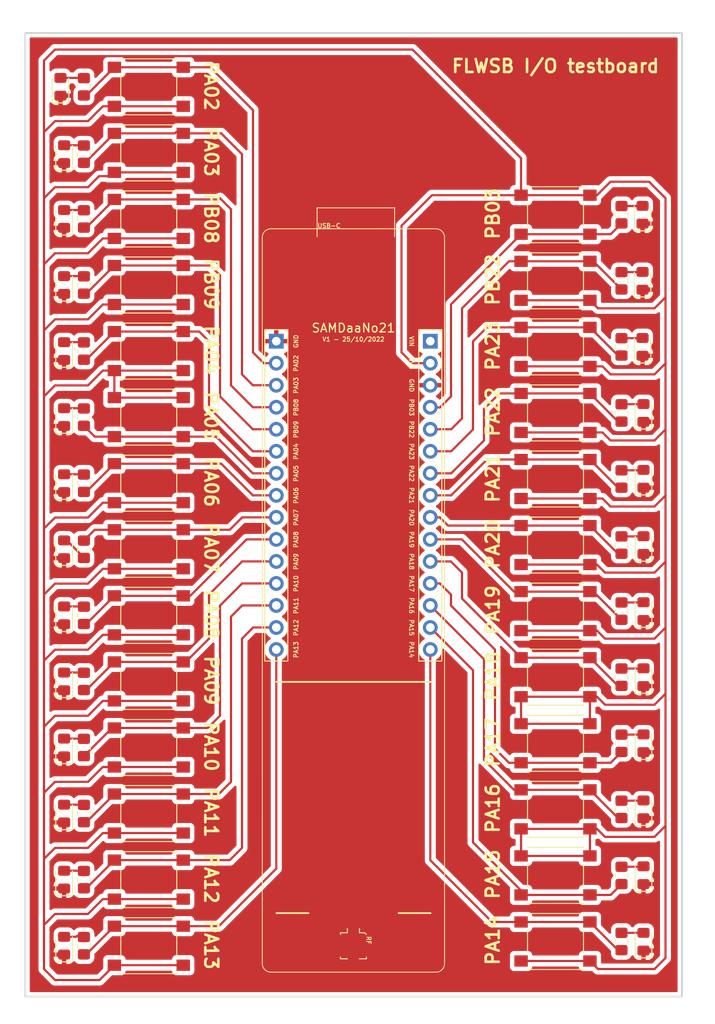
<source format=kicad_pcb>
(kicad_pcb (version 20211014) (generator pcbnew)
  (layers (0 "F.Cu" signal) (31 "B.Cu" signal) (34 "B.Paste" user) (35 "F.Paste" user) (36 "B.SilkS" user "B.Silkscreen") (37 "F.SilkS" user "F.Silkscreen") (38 "B.Mask" user) (39 "F.Mask" user) (44 "Edge.Cuts" user))
  (net 0 "")
  (net 1 "GND")
  (net 2 "Net-(D1-Pad2)")
  (net 3 "Net-(D2-Pad2)")
  (net 4 "Net-(D3-Pad2)")
  (net 5 "Net-(D4-Pad2)")
  (net 6 "Net-(D5-Pad2)")
  (net 7 "Net-(D6-Pad2)")
  (net 8 "Net-(D7-Pad2)")
  (net 9 "Net-(D8-Pad2)")
  (net 10 "Net-(D9-Pad2)")
  (net 11 "Net-(D10-Pad2)")
  (net 12 "Net-(D11-Pad2)")
  (net 13 "Net-(D12-Pad2)")
  (net 14 "Net-(D13-Pad2)")
  (net 15 "Net-(D14-Pad2)")
  (net 16 "Net-(D15-Pad2)")
  (net 17 "Net-(D16-Pad2)")
  (net 18 "Net-(D17-Pad2)")
  (net 19 "Net-(D18-Pad2)")
  (net 20 "Net-(D19-Pad2)")
  (net 21 "Net-(D20-Pad2)")
  (net 22 "Net-(D21-Pad2)")
  (net 23 "Net-(D22-Pad2)")
  (net 24 "Net-(D23-Pad2)")
  (net 25 "Net-(D24-Pad2)")
  (net 26 "Net-(D25-Pad2)")
  (net 27 "Net-(D26-Pad2)")
  (net 28 "PA10")
  (net 29 "PA20")
  (net 30 "PA03")
  (net 31 "PA11")
  (net 32 "PA21")
  (net 33 "PB08")
  (net 34 "PA02")
  (net 35 "PA12")
  (net 36 "PA22")
  (net 37 "PB09")
  (net 38 "PA13")
  (net 39 "PA23")
  (net 40 "PA04")
  (net 41 "PA14")
  (net 42 "PB22")
  (net 43 "PA05")
  (net 44 "PA15")
  (net 45 "PB03")
  (net 46 "PA06")
  (net 47 "PA16")
  (net 48 "PA07")
  (net 49 "PA17")
  (net 50 "PA08")
  (net 51 "PA18")
  (net 52 "PA09")
  (net 53 "PA19")
  (net 54 "+3V3")
  (footprint "Resistor_SMD:R_0805_2012Metric_Pad1.20x1.40mm_HandSolder" (layer "F.Cu") (at 122.717 70.97 90)
    (fp_text reference "R13" hide)
    (fp_text value "1k" hide)
  )
  (footprint "LED_SMD:LED_0805_2012Metric_Pad1.15x1.40mm_HandSolder" (layer "F.Cu") (at 187.215 62.865 90)
    (fp_text reference "D15" hide)
    (fp_text value "LED" hide)
  )
  (footprint "LED_SMD:LED_0805_2012Metric_Pad1.15x1.40mm_HandSolder" (layer "F.Cu") (at 120.431 48.26 90)
    (fp_text reference "D3" hide)
    (fp_text value "LED" hide)
  )
  (footprint "Button_Switch_SMD:SW_Push_1P1T_NO_6x6mm_H9.5mm" (layer "F.Cu") (at 177.165 116.205 180)
    (fp_text reference "SW22" hide)
    (fp_text value "SW_DIP" hide)
  )
  (footprint "Resistor_SMD:R_0805_2012Metric_Pad1.20x1.40mm_HandSolder" (layer "F.Cu") (at 184.785 131.445 90)
    (fp_text reference "R17" hide)
    (fp_text value "1k" hide)
  )
  (footprint "Button_Switch_SMD:SW_Push_1P1T_NO_6x6mm_H9.5mm" (layer "F.Cu") (at 130.21 78.59 180)
    (fp_text reference "SW16" hide)
    (fp_text value "SW_DIP" hide)
  )
  (footprint "Resistor_SMD:R_0805_2012Metric_Pad1.20x1.40mm_HandSolder" (layer "F.Cu") (at 184.785 70.485 90)
    (fp_text reference "R12" hide)
    (fp_text value "1k" hide)
  )
  (footprint "Button_Switch_SMD:SW_Push_1P1T_NO_6x6mm_H9.5mm" (layer "F.Cu") (at 177.165 55.245 180)
    (fp_text reference "SW18" hide)
    (fp_text value "SW_DIP" hide)
  )
  (footprint "Button_Switch_SMD:SW_Push_1P1T_NO_6x6mm_H9.5mm" (layer "F.Cu") (at 177.165 85.725)
    (fp_text reference "SW5" hide)
    (fp_text value "SW_DIP" hide)
  )
  (footprint "Button_Switch_SMD:SW_Push_1P1T_NO_6x6mm_H9.5mm" (layer "F.Cu") (at 130.21 86.21)
    (fp_text reference "SW19" hide)
    (fp_text value "SW_DIP" hide)
  )
  (footprint "Resistor_SMD:R_0805_2012Metric_Pad1.20x1.40mm_HandSolder" (layer "F.Cu") (at 122.717 139.55 90)
    (fp_text reference "R11" hide)
    (fp_text value "1k" hide)
  )
  (footprint "Resistor_SMD:R_0805_2012Metric_Pad1.20x1.40mm_HandSolder" (layer "F.Cu") (at 184.785 62.865 90)
    (fp_text reference "R15" hide)
    (fp_text value "1k" hide)
  )
  (footprint "LED_SMD:LED_0805_2012Metric_Pad1.15x1.40mm_HandSolder" (layer "F.Cu") (at 120.431 116.69 90)
    (fp_text reference "D1" hide)
    (fp_text value "LED" hide)
  )
  (footprint "LED_SMD:LED_0805_2012Metric_Pad1.15x1.40mm_HandSolder" (layer "F.Cu") (at 120.431 109.07 90)
    (fp_text reference "D25" hide)
    (fp_text value "LED" hide)
  )
  (footprint "Resistor_SMD:R_0805_2012Metric_Pad1.20x1.40mm_HandSolder" (layer "F.Cu") (at 122.717 40.49 90)
    (fp_text reference "R7" hide)
    (fp_text value "1k" hide)
  )
  (footprint "LED_SMD:LED_0805_2012Metric_Pad1.15x1.40mm_HandSolder" (layer "F.Cu") (at 120.431 139.55 90)
    (fp_text reference "D11" hide)
    (fp_text value "LED" hide)
  )
  (footprint "Button_Switch_SMD:SW_Push_1P1T_NO_6x6mm_H9.5mm" (layer "F.Cu") (at 130.21 139.55)
    (fp_text reference "SW11" hide)
    (fp_text value "SW_DIP" hide)
  )
  (footprint "Button_Switch_SMD:SW_Push_1P1T_NO_6x6mm_H9.5mm" (layer "F.Cu") (at 177.165 100.965)
    (fp_text reference "SW26" hide)
    (fp_text value "SW_DIP" hide)
  )
  (footprint "Resistor_SMD:R_0805_2012Metric_Pad1.20x1.40mm_HandSolder" (layer "F.Cu") (at 184.785 55.245 90)
    (fp_text reference "R18" hide)
    (fp_text value "1k" hide)
  )
  (footprint "Button_Switch_SMD:SW_Push_1P1T_NO_6x6mm_H9.5mm" (layer "F.Cu") (at 177.165 139.065)
    (fp_text reference "SW14" hide)
    (fp_text value "SW_DIP" hide)
  )
  (footprint "Resistor_SMD:R_0805_2012Metric_Pad1.20x1.40mm_HandSolder" (layer "F.Cu") (at 122.717 78.59 90)
    (fp_text reference "R16" hide)
    (fp_text value "1k" hide)
  )
  (footprint "LED_SMD:LED_0805_2012Metric_Pad1.15x1.40mm_HandSolder" (layer "F.Cu") (at 120.431 70.97 90)
    (fp_text reference "D13" hide)
    (fp_text value "LED" hide)
  )
  (footprint "Resistor_SMD:R_0805_2012Metric_Pad1.20x1.40mm_HandSolder" (layer "F.Cu") (at 122.717 109.07 90)
    (fp_text reference "R25" hide)
    (fp_text value "1k" hide)
  )
  (footprint "Button_Switch_SMD:SW_Push_1P1T_NO_6x6mm_H9.5mm" (layer "F.Cu") (at 177.165 93.345)
    (fp_text reference "SW2" hide)
    (fp_text value "SW_DIP" hide)
  )
  (footprint "Button_Switch_SMD:SW_Push_1P1T_NO_6x6mm_H9.5mm" (layer "F.Cu") (at 177.165 62.865)
    (fp_text reference "SW15" hide)
    (fp_text value "SW_DIP" hide)
  )
  (footprint "LED_SMD:LED_0805_2012Metric_Pad1.15x1.40mm_HandSolder" (layer "F.Cu") (at 187.325 139.09 90)
    (fp_text reference "D14" hide)
    (fp_text value "LED" hide)
  )
  (footprint "LED_SMD:LED_0805_2012Metric_Pad1.15x1.40mm_HandSolder" (layer "F.Cu") (at 120.431 124.31 90)
    (fp_text reference "D4" hide)
    (fp_text value "LED" hide)
  )
  (footprint "LED_SMD:LED_0805_2012Metric_Pad1.15x1.40mm_HandSolder" (layer "F.Cu") (at 187.325 93.345 90)
    (fp_text reference "D2" hide)
    (fp_text value "LED" hide)
  )
  (footprint "LED_SMD:LED_0805_2012Metric_Pad1.15x1.40mm_HandSolder" (layer "F.Cu") (at 187.325 131.42 90)
    (fp_text reference "D17" hide)
    (fp_text value "LED" hide)
  )
  (footprint "Resistor_SMD:R_0805_2012Metric_Pad1.20x1.40mm_HandSolder" (layer "F.Cu") (at 122.717 131.93 90)
    (fp_text reference "R8" hide)
    (fp_text value "1k" hide)
  )
  (footprint "LED_SMD:LED_0805_2012Metric_Pad1.15x1.40mm_HandSolder" (layer "F.Cu") (at 120.431 63.35 90)
    (fp_text reference "D10" hide)
    (fp_text value "LED" hide)
  )
  (footprint "Button_Switch_SMD:SW_Push_1P1T_NO_6x6mm_H9.5mm" (layer "F.Cu") (at 130.21 131.93)
    (fp_text reference "SW8" hide)
    (fp_text value "SW_DIP" hide)
  )
  (footprint "Resistor_SMD:R_0805_2012Metric_Pad1.20x1.40mm_HandSolder" (layer "F.Cu") (at 184.785 116.205 90)
    (fp_text reference "R22" hide)
    (fp_text value "1k" hide)
  )
  (footprint "Resistor_SMD:R_0805_2012Metric_Pad1.20x1.40mm_HandSolder" (layer "F.Cu") (at 122.717 55.73 90)
    (fp_text reference "R6" hide)
    (fp_text value "1k" hide)
  )
  (footprint "Resistor_SMD:R_0805_2012Metric_Pad1.20x1.40mm_HandSolder" (layer "F.Cu") (at 122.717 124.31 90)
    (fp_text reference "R4" hide)
    (fp_text value "1k" hide)
  )
  (footprint "Button_Switch_SMD:SW_Push_1P1T_NO_6x6mm_H9.5mm" (layer "F.Cu") (at 130.21 70.97)
    (fp_text reference "SW13" hide)
    (fp_text value "SW_DIP" hide)
  )
  (footprint "Button_Switch_SMD:SW_Push_1P1T_NO_6x6mm_H9.5mm" (layer "F.Cu") (at 130.21 101.45)
    (fp_text reference "SW23" hide)
    (fp_text value "SW_DIP" hide)
  )
  (footprint "LED_SMD:LED_0805_2012Metric_Pad1.15x1.40mm_HandSolder" (layer "F.Cu") (at 187.325 100.965 90)
    (fp_text reference "D26" hide)
    (fp_text value "LED" hide)
  )
  (footprint "Button_Switch_SMD:SW_Push_1P1T_NO_6x6mm_H9.5mm" (layer "F.Cu") (at 130.21 55.73)
    (fp_text reference "SW6" hide)
    (fp_text value "SW_DIP" hide)
  )
  (footprint "Button_Switch_SMD:SW_Push_1P1T_NO_6x6mm_H9.5mm" (layer "F.Cu") (at 130.21 40.49)
    (fp_text reference "SW7" hide)
    (fp_text value "SW_DIP" hide)
  )
  (footprint "LED_SMD:LED_0805_2012Metric_Pad1.15x1.40mm_HandSolder" (layer "F.Cu") (at 187.325 85.7 90)
    (fp_text reference "D5" hide)
    (fp_text value "LED" hide)
  )
  (footprint "LED_SMD:LED_0805_2012Metric_Pad1.15x1.40mm_HandSolder" (layer "F.Cu") (at 120.431 131.93 90)
    (fp_text reference "D8" hide)
    (fp_text value "LED" hide)
  )
  (footprint "Resistor_SMD:R_0805_2012Metric_Pad1.20x1.40mm_HandSolder" (layer "F.Cu") (at 122.717 101.45 90)
    (fp_text reference "R23" hide)
    (fp_text value "1k" hide)
  )
  (footprint "Button_Switch_SMD:SW_Push_1P1T_NO_6x6mm_H9.5mm" (layer "F.Cu") (at 130.21 116.69)
    (fp_text reference "SW1" hide)
    (fp_text value "SW_DIP" hide)
  )
  (footprint "LED_SMD:LED_0805_2012Metric_Pad1.15x1.40mm_HandSolder" (layer "F.Cu") (at 120.431 86.21 90)
    (fp_text reference "D19" hide)
    (fp_text value "LED" hide)
  )
  (footprint "FLWSB:FLWSB-SAMDaaNo21-v1" (layer "F.Cu") (at 168.1625 99.693428 -90)
    (fp_text reference "U1" hide)
    (fp_text value "FLWSB-SAMDaaNo21-v1" hide)
  )
  (footprint "Button_Switch_SMD:SW_Push_1P1T_NO_6x6mm_H9.5mm" (layer "F.Cu") (at 130.21 63.35)
    (fp_text reference "SW10" hide)
    (fp_text value "SW_DIP" hide)
  )
  (footprint "LED_SMD:LED_0805_2012Metric_Pad1.15x1.40mm_HandSolder" (layer "F.Cu") (at 187.325 108.585 90)
    (fp_text reference "D24" hide)
    (fp_text value "LED" hide)
  )
  (footprint "Button_Switch_SMD:SW_Push_1P1T_NO_6x6mm_H9.5mm" (layer "F.Cu") (at 130.21 48.11)
    (fp_text reference "SW3" hide)
    (fp_text value "SW_DIP" hide)
  )
  (footprint "Button_Switch_SMD:SW_Push_1P1T_NO_6x6mm_H9.5mm" (layer "F.Cu") (at 177.165 123.825)
    (fp_text reference "SW20" hide)
    (fp_text value "SW_DIP" hide)
  )
  (footprint "Button_Switch_SMD:SW_Push_1P1T_NO_6x6mm_H9.5mm" (layer "F.Cu") (at 177.165 78.105)
    (fp_text reference "SW9" hide)
    (fp_text value "SW_DIP" hide)
  )
  (footprint "Resistor_SMD:R_0805_2012Metric_Pad1.20x1.40mm_HandSolder" (layer "F.Cu") (at 184.785 78.105 90)
    (fp_text reference "R9" hide)
    (fp_text value "1k" hide)
  )
  (footprint "LED_SMD:LED_0805_2012Metric_Pad1.15x1.40mm_HandSolder" (layer "F.Cu") (at 120.015 40.49 90)
    (fp_text reference "D7" hide)
    (fp_text value "LED" hide)
  )
  (footprint "LED_SMD:LED_0805_2012Metric_Pad1.15x1.40mm_HandSolder" (layer "F.Cu") (at 120.431 78.59 90)
    (fp_text reference "D16" hide)
    (fp_text value "LED" hide)
  )
  (footprint "Resistor_SMD:R_0805_2012Metric_Pad1.20x1.40mm_HandSolder" (layer "F.Cu") (at 184.785 139.065 90)
    (fp_text reference "R14" hide)
    (fp_text value "1k" hide)
  )
  (footprint "Button_Switch_SMD:SW_Push_1P1T_NO_6x6mm_H9.5mm" (layer "F.Cu") (at 130.21 124.31)
    (fp_text reference "SW4" hide)
    (fp_text value "SW_DIP" hide)
  )
  (footprint "LED_SMD:LED_0805_2012Metric_Pad1.15x1.40mm_HandSolder" (layer "F.Cu") (at 120.431 93.83 90)
    (fp_text reference "D21" hide)
    (fp_text value "LED" hide)
  )
  (footprint "Button_Switch_SMD:SW_Push_1P1T_NO_6x6mm_H9.5mm" (layer "F.Cu") (at 177.165 131.445 180)
    (fp_text reference "SW17" hide)
    (fp_text value "SW_DIP" hide)
  )
  (footprint "LED_SMD:LED_0805_2012Metric_Pad1.15x1.40mm_HandSolder" (layer "F.Cu") (at 120.431 101.45 90)
    (fp_text reference "D23" hide)
    (fp_text value "LED" hide)
  )
  (footprint "LED_SMD:LED_0805_2012Metric_Pad1.15x1.40mm_HandSolder" (layer "F.Cu") (at 187.325 123.825 90)
    (fp_text reference "D20" hide)
    (fp_text value "LED" hide)
  )
  (footprint "Button_Switch_SMD:SW_Push_1P1T_NO_6x6mm_H9.5mm" (layer "F.Cu") (at 177.165 70.485)
    (fp_text reference "SW12" hide)
    (fp_text value "SW_DIP" hide)
  )
  (footprint "Button_Switch_SMD:SW_Push_1P1T_NO_6x6mm_H9.5mm" (layer "F.Cu") (at 130.21 93.83)
    (fp_text reference "SW21" hide)
    (fp_text value "SW_DIP" hide)
  )
  (footprint "LED_SMD:LED_0805_2012Metric_Pad1.15x1.40mm_HandSolder" (layer "F.Cu") (at 120.431 55.73 90)
    (fp_text reference "D6" hide)
    (fp_text value "LED" hide)
  )
  (footprint "Resistor_SMD:R_0805_2012Metric_Pad1.20x1.40mm_HandSolder" (layer "F.Cu") (at 122.717 116.69 90)
    (fp_text reference "R1" hide)
    (fp_text value "1k" hide)
  )
  (footprint "Resistor_SMD:R_0805_2012Metric_Pad1.20x1.40mm_HandSolder" (layer "F.Cu") (at 122.717 93.83 -90)
    (fp_text reference "R21" hide)
    (fp_text value "1k" hide)
  )
  (footprint "Button_Switch_SMD:SW_Push_1P1T_NO_6x6mm_H9.5mm" (layer "F.Cu") (at 177.165 108.585)
    (fp_text reference "SW24" hide)
    (fp_text value "SW_DIP" hide)
  )
  (footprint "LED_SMD:LED_0805_2012Metric_Pad1.15x1.40mm_HandSolder" (layer "F.Cu") (at 187.215 55.245 90)
    (fp_text reference "D18" hide)
    (fp_text value "LED" hide)
  )
  (footprint "Resistor_SMD:R_0805_2012Metric_Pad1.20x1.40mm_HandSolder" (layer "F.Cu") (at 184.785 85.725 90)
    (fp_text reference "R5" hide)
    (fp_text value "1k" hide)
  )
  (footprint "Button_Switch_SMD:SW_Push_1P1T_NO_6x6mm_H9.5mm" (layer "F.Cu") (at 130.21 109.07)
    (fp_text reference "SW25" hide)
    (fp_text value "SW_DIP" hide)
  )
  (footprint "Resistor_SMD:R_0805_2012Metric_Pad1.20x1.40mm_HandSolder" (layer "F.Cu") (at 122.717 63.35 90)
    (fp_text reference "R10" hide)
    (fp_text value "1k" hide)
  )
  (footprint "Resistor_SMD:R_0805_2012Metric_Pad1.20x1.40mm_HandSolder" (layer "F.Cu") (at 122.717 86.21 90)
    (fp_text reference "R19" hide)
    (fp_text value "1k" hide)
  )
  (footprint "LED_SMD:LED_0805_2012Metric_Pad1.15x1.40mm_HandSolder" (layer "F.Cu") (at 187.325 78.105 90)
    (fp_text reference "D9" hide)
    (fp_text value "LED" hide)
  )
  (footprint "Resistor_SMD:R_0805_2012Metric_Pad1.20x1.40mm_HandSolder" (layer "F.Cu") (at 184.785 123.825 90)
    (fp_text reference "R20" hide)
    (fp_text value "1k" hide)
  )
  (footprint "Resistor_SMD:R_0805_2012Metric_Pad1.20x1.40mm_HandSolder" (layer "F.Cu") (at 122.717 48.26 90)
    (fp_text reference "R3" hide)
    (fp_text value "1k" hide)
  )
  (footprint "Resistor_SMD:R_0805_2012Metric_Pad1.20x1.40mm_HandSolder" (layer "F.Cu") (at 184.785 100.965 90)
    (fp_text reference "R26" hide)
    (fp_text value "1k" hide)
  )
  (footprint "LED_SMD:LED_0805_2012Metric_Pad1.15x1.40mm_HandSolder" (layer "F.Cu") (at 187.215 70.485 90)
    (fp_text reference "D12" hide)
    (fp_text value "LED" hide)
  )
  (footprint "LED_SMD:LED_0805_2012Metric_Pad1.15x1.40mm_HandSolder" (layer "F.Cu") (at 187.325 116.205 90)
    (fp_text reference "D22" hide)
    (fp_text value "LED" hide)
  )
  (footprint "Resistor_SMD:R_0805_2012Metric_Pad1.20x1.40mm_HandSolder" (layer "F.Cu") (at 184.785 108.585 90)
    (fp_text reference "R24" hide)
    (fp_text value "1k" hide)
  )
  (footprint "Resistor_SMD:R_0805_2012Metric_Pad1.20x1.40mm_HandSolder" (layer "F.Cu") (at 184.785 93.345 90)
    (fp_text reference "R2" hide)
    (fp_text value "1k" hide)
  )
  (gr_rect (start 115.951 34.29) (end 191.77 145.415) (layer "Edge.Cuts") (width 0.2) (fill none))
  (gr_text "PA14" (at 169.926 138.938 90) (layer "F.SilkS") (effects (font (size 1.5 1.5) (thickness 0.3))))
  (gr_text "PB09" (at 137.414 63.246 270) (layer "F.SilkS") (effects (font (size 1.5 1.5) (thickness 0.3))))
  (gr_text "PA21" (at 169.926 85.598 90) (layer "F.SilkS") (effects (font (size 1.5 1.5) (thickness 0.3))))
  (gr_text "PA04" (at 137.414 70.866 270) (layer "F.SilkS") (effects (font (size 1.5 1.5) (thickness 0.3))))
  (gr_text "PA09" (at 137.414 108.966 270) (layer "F.SilkS") (effects (font (size 1.5 1.5) (thickness 0.3))))
  (gr_text "PA16" (at 169.926 123.698 90) (layer "F.SilkS") (effects (font (size 1.5 1.5) (thickness 0.3))))
  (gr_text "PA07" (at 137.414 93.726 270) (layer "F.SilkS") (effects (font (size 1.5 1.5) (thickness 0.3))))
  (gr_text "PA11" (at 137.414 124.206 270) (layer "F.SilkS") (effects (font (size 1.5 1.5) (thickness 0.3))))
  (gr_text "PB03" (at 169.926 55.118 90) (layer "F.SilkS") (effects (font (size 1.5 1.5) (thickness 0.3))))
  (gr_text "PA20" (at 169.926 93.218 90) (layer "F.SilkS") (effects (font (size 1.5 1.5) (thickness 0.3))))
  (gr_text "PA15" (at 169.926 131.318 90) (layer "F.SilkS") (effects (font (size 1.5 1.5) (thickness 0.3))))
  (gr_text "PA19" (at 169.926 100.838 90) (layer "F.SilkS") (effects (font (size 1.5 1.5) (thickness 0.3))))
  (gr_text "PA08" (at 137.414 101.346 270) (layer "F.SilkS") (effects (font (size 1.5 1.5) (thickness 0.3))))
  (gr_text "PA06" (at 137.414 86.106 270) (layer "F.SilkS") (effects (font (size 1.5 1.5) (thickness 0.3))))
  (gr_text "PB22" (at 169.926 62.738 90) (layer "F.SilkS") (effects (font (size 1.5 1.5) (thickness 0.3))))
  (gr_text "PA17" (at 169.926 116.078 90) (layer "F.SilkS") (effects (font (size 1.5 1.5) (thickness 0.3))))
  (gr_text "PB08" (at 137.414 55.626 270) (layer "F.SilkS") (effects (font (size 1.5 1.5) (thickness 0.3))))
  (gr_text "PA05" (at 137.414 78.486 270) (layer "F.SilkS") (effects (font (size 1.5 1.5) (thickness 0.3))))
  (gr_text "PA13" (at 137.414 139.446 270) (layer "F.SilkS") (effects (font (size 1.5 1.5) (thickness 0.3))))
  (gr_text "PA03" (at 137.414 48.006 270) (layer "F.SilkS") (effects (font (size 1.5 1.5) (thickness 0.3))))
  (gr_text "PA18" (at 169.926 108.458 90) (layer "F.SilkS") (effects (font (size 1.5 1.5) (thickness 0.3))))
  (gr_text "PA22" (at 169.926 77.978 90) (layer "F.SilkS") (effects (font (size 1.5 1.5) (thickness 0.3))))
  (gr_text "PA12" (at 137.414 131.826 270) (layer "F.SilkS") (effects (font (size 1.5 1.5) (thickness 0.3))))
  (gr_text "FLWSB I/O testboard" (at 177.165 38.1) (layer "F.SilkS") (effects (font (size 1.5 1.5) (thickness 0.3))))
  (gr_text "PA23" (at 169.926 70.358 90) (layer "F.SilkS") (effects (font (size 1.5 1.5) (thickness 0.3))))
  (gr_text "PA10" (at 137.414 116.586 270) (layer "F.SilkS") (effects (font (size 1.5 1.5) (thickness 0.3))))
  (gr_text "PA02" (at 137.414 40.386 270) (layer "F.SilkS") (effects (font (size 1.5 1.5) (thickness 0.3))))
  (segment (start 122.692 115.665) (end 122.717 115.69) (width 0.25) (layer "F.Cu") (net 2))
  (segment (start 120.431 115.665) (end 122.692 115.665) (width 0.25) (layer "F.Cu") (net 2))
  (segment (start 187.3 92.345) (end 187.325 92.32) (width 0.25) (layer "F.Cu") (net 3))
  (segment (start 184.785 92.345) (end 187.3 92.345) (width 0.25) (layer "F.Cu") (net 3))
  (segment (start 122.692 47.235) (end 122.717 47.26) (width 0.25) (layer "F.Cu") (net 4))
  (segment (start 120.431 47.235) (end 122.692 47.235) (width 0.25) (layer "F.Cu") (net 4))
  (segment (start 120.431 123.285) (end 122.692 123.285) (width 0.25) (layer "F.Cu") (net 5))
  (segment (start 122.692 123.285) (end 122.717 123.31) (width 0.25) (layer "F.Cu") (net 5))
  (segment (start 187.275 84.725) (end 187.325 84.675) (width 0.25) (layer "F.Cu") (net 6))
  (segment (start 184.785 84.725) (end 187.275 84.725) (width 0.25) (layer "F.Cu") (net 6))
  (segment (start 122.692 54.705) (end 122.717 54.73) (width 0.25) (layer "F.Cu") (net 7))
  (segment (start 120.431 54.705) (end 122.692 54.705) (width 0.25) (layer "F.Cu") (net 7))
  (segment (start 120.015 39.465) (end 122.692 39.465) (width 0.25) (layer "F.Cu") (net 8))
  (segment (start 122.692 39.465) (end 122.717 39.49) (width 0.25) (layer "F.Cu") (net 8))
  (segment (start 122.692 130.905) (end 122.717 130.93) (width 0.25) (layer "F.Cu") (net 9))
  (segment (start 120.431 130.905) (end 122.692 130.905) (width 0.25) (layer "F.Cu") (net 9))
  (segment (start 187.3 77.105) (end 187.325 77.08) (width 0.25) (layer "F.Cu") (net 10))
  (segment (start 184.785 77.105) (end 187.3 77.105) (width 0.25) (layer "F.Cu") (net 10))
  (segment (start 122.692 62.325) (end 122.717 62.35) (width 0.25) (layer "F.Cu") (net 11))
  (segment (start 120.431 62.325) (end 122.692 62.325) (width 0.25) (layer "F.Cu") (net 11))
  (segment (start 120.431 138.525) (end 121.825 138.525) (width 0.25) (layer "F.Cu") (net 12))
  (segment (start 122.597 138.43) (end 122.717 138.55) (width 0.25) (layer "F.Cu") (net 12))
  (segment (start 121.825 138.525) (end 121.92 138.43) (width 0.25) (layer "F.Cu") (net 12))
  (segment (start 121.92 138.43) (end 122.597 138.43) (width 0.25) (layer "F.Cu") (net 12))
  (segment (start 184.785 69.485) (end 187.19 69.485) (width 0.25) (layer "F.Cu") (net 13))
  (segment (start 187.19 69.485) (end 187.215 69.46) (width 0.25) (layer "F.Cu") (net 13))
  (segment (start 122.692 69.945) (end 122.717 69.97) (width 0.25) (layer "F.Cu") (net 14))
  (segment (start 120.431 69.945) (end 122.692 69.945) (width 0.25) (layer "F.Cu") (net 14))
  (segment (start 184.785 138.065) (end 187.325 138.065) (width 0.25) (layer "F.Cu") (net 15))
  (segment (start 187.19 61.865) (end 187.215 61.84) (width 0.25) (layer "F.Cu") (net 16))
  (segment (start 184.785 61.865) (end 187.19 61.865) (width 0.25) (layer "F.Cu") (net 16))
  (segment (start 122.692 77.565) (end 122.717 77.59) (width 0.25) (layer "F.Cu") (net 17))
  (segment (start 120.431 77.565) (end 122.692 77.565) (width 0.25) (layer "F.Cu") (net 17))
  (segment (start 187.275 130.445) (end 187.325 130.395) (width 0.25) (layer "F.Cu") (net 18))
  (segment (start 184.785 130.445) (end 187.275 130.445) (width 0.25) (layer "F.Cu") (net 18))
  (segment (start 184.785 54.245) (end 187.19 54.245) (width 0.25) (layer "F.Cu") (net 19))
  (segment (start 187.19 54.245) (end 187.215 54.22) (width 0.25) (layer "F.Cu") (net 19))
  (segment (start 122.692 85.185) (end 122.717 85.21) (width 0.25) (layer "F.Cu") (net 20))
  (segment (start 120.431 85.185) (end 122.692 85.185) (width 0.25) (layer "F.Cu") (net 20))
  (segment (start 184.785 122.825) (end 187.3 122.825) (width 0.25) (layer "F.Cu") (net 21))
  (segment (start 187.3 122.825) (end 187.325 122.8) (width 0.25) (layer "F.Cu") (net 21))
  (segment (start 120.745 92.805) (end 122.717 94.777) (width 0.25) (layer "F.Cu") (net 22))
  (segment (start 120.431 92.805) (end 120.745 92.805) (width 0.25) (layer "F.Cu") (net 22))
  (segment (start 122.717 94.777) (end 122.717 94.83) (width 0.25) (layer "F.Cu") (net 22))
  (segment (start 184.785 115.205) (end 187.3 115.205) (width 0.25) (layer "F.Cu") (net 23))
  (segment (start 187.3 115.205) (end 187.325 115.18) (width 0.25) (layer "F.Cu") (net 23))
  (segment (start 122.692 100.425) (end 122.717 100.45) (width 0.25) (layer "F.Cu") (net 24))
  (segment (start 120.431 100.425) (end 122.692 100.425) (width 0.25) (layer "F.Cu") (net 24))
  (segment (start 187.3 107.585) (end 187.325 107.56) (width 0.25) (layer "F.Cu") (net 25))
  (segment (start 184.785 107.585) (end 187.3 107.585) (width 0.25) (layer "F.Cu") (net 25))
  (segment (start 120.431 108.045) (end 122.692 108.045) (width 0.25) (layer "F.Cu") (net 26))
  (segment (start 122.692 108.045) (end 122.717 108.07) (width 0.25) (layer "F.Cu") (net 26))
  (segment (start 184.785 99.965) (end 187.3 99.965) (width 0.25) (layer "F.Cu") (net 27))
  (segment (start 187.3 99.965) (end 187.325 99.94) (width 0.25) (layer "F.Cu") (net 27))
  (segment (start 126.235 114.44) (end 134.185 114.44) (width 0.25) (layer "F.Cu") (net 28))
  (segment (start 140.989465 97.770535) (end 144.929607 97.770535) (width 0.25) (layer "F.Cu") (net 28))
  (segment (start 134.185 114.44) (end 137.02 114.44) (width 0.25) (layer "F.Cu") (net 28))
  (segment (start 122.717 117.69) (end 125.967 114.44) (width 0.25) (layer "F.Cu") (net 28))
  (segment (start 137.02 114.44) (end 138.43 113.03) (width 0.25) (layer "F.Cu") (net 28))
  (segment (start 138.43 100.33) (end 140.989465 97.770535) (width 0.25) (layer "F.Cu") (net 28))
  (segment (start 138.43 113.03) (end 138.43 100.33) (width 0.25) (layer "F.Cu") (net 28))
  (segment (start 125.967 114.44) (end 126.235 114.44) (width 0.25) (layer "F.Cu") (net 28))
  (segment (start 184.39 94.345) (end 184.785 94.345) (width 0.25) (layer "F.Cu") (net 29))
  (segment (start 173.19 91.095) (end 181.14 91.095) (width 0.25) (layer "F.Cu") (net 29))
  (segment (start 163.810535 90.150535) (end 162.709607 90.150535) (width 0.25) (layer "F.Cu") (net 29))
  (segment (start 164.755 91.095) (end 163.810535 90.150535) (width 0.25) (layer "F.Cu") (net 29))
  (segment (start 181.14 91.095) (end 184.39 94.345) (width 0.25) (layer "F.Cu") (net 29))
  (segment (start 173.19 91.095) (end 164.755 91.095) (width 0.25) (layer "F.Cu") (net 29))
  (segment (start 126.235 45.86) (end 133.21 45.86) (width 0.25) (layer "F.Cu") (net 30))
  (segment (start 122.835 49.26) (end 126.235 45.86) (width 0.25) (layer "F.Cu") (net 30))
  (segment (start 122.717 49.26) (end 122.835 49.26) (width 0.25) (layer "F.Cu") (net 30))
  (segment (start 140.97 48.26) (end 140.97 73.66) (width 0.25) (layer "F.Cu") (net 30))
  (segment (start 134.045 45.72) (end 134.185 45.86) (width 0.25) (layer "F.Cu") (net 30))
  (segment (start 140.97 73.66) (end 142.24 74.93) (width 0.25) (layer "F.Cu") (net 30))
  (segment (start 142.259465 74.910535) (end 144.929607 74.910535) (width 0.25) (layer "F.Cu") (net 30))
  (segment (start 138.57 45.86) (end 140.97 48.26) (width 0.25) (layer "F.Cu") (net 30))
  (segment (start 133.21 45.86) (end 133.35 45.72) (width 0.25) (layer "F.Cu") (net 30))
  (segment (start 133.35 45.72) (end 134.045 45.72) (width 0.25) (layer "F.Cu") (net 30))
  (segment (start 142.24 74.93) (end 142.259465 74.910535) (width 0.25) (layer "F.Cu") (net 30))
  (segment (start 134.185 45.86) (end 138.57 45.86) (width 0.25) (layer "F.Cu") (net 30))
  (segment (start 122.717 125.31) (end 122.985 125.31) (width 0.25) (layer "F.Cu") (net 31))
  (segment (start 140.989465 100.310535) (end 144.929607 100.310535) (width 0.25) (layer "F.Cu") (net 31))
  (segment (start 122.985 125.31) (end 126.235 122.06) (width 0.25) (layer "F.Cu") (net 31))
  (segment (start 126.235 122.06) (end 134.185 122.06) (width 0.25) (layer "F.Cu") (net 31))
  (segment (start 139.7 101.6) (end 140.989465 100.310535) (width 0.25) (layer "F.Cu") (net 31))
  (segment (start 134.185 122.06) (end 138.29 122.06) (width 0.25) (layer "F.Cu") (net 31))
  (segment (start 138.29 122.06) (end 139.7 120.65) (width 0.25) (layer "F.Cu") (net 31))
  (segment (start 139.7 120.65) (end 139.7 101.6) (width 0.25) (layer "F.Cu") (net 31))
  (segment (start 165.080535 87.610535) (end 162.709607 87.610535) (width 0.25) (layer "F.Cu") (net 32))
  (segment (start 165.1 87.63) (end 165.080535 87.610535) (width 0.25) (layer "F.Cu") (net 32))
  (segment (start 184.39 86.725) (end 184.785 86.725) (width 0.25) (layer "F.Cu") (net 32))
  (segment (start 173.19 83.475) (end 181.14 83.475) (width 0.25) (layer "F.Cu") (net 32))
  (segment (start 173.19 83.475) (end 169.255 83.475) (width 0.25) (layer "F.Cu") (net 32))
  (segment (start 169.255 83.475) (end 165.1 87.63) (width 0.25) (layer "F.Cu") (net 32))
  (segment (start 181.14 83.475) (end 184.39 86.725) (width 0.25) (layer "F.Cu") (net 32))
  (segment (start 144.929607 77.450535) (end 142.220535 77.450535) (width 0.25) (layer "F.Cu") (net 33))
  (segment (start 139.7 74.93) (end 139.7 54.61) (width 0.25) (layer "F.Cu") (net 33))
  (segment (start 122.717 56.73) (end 122.985 56.73) (width 0.25) (layer "F.Cu") (net 33))
  (segment (start 139.7 54.61) (end 138.43 53.34) (width 0.25) (layer "F.Cu") (net 33))
  (segment (start 138.43 53.34) (end 138.29 53.48) (width 0.25) (layer "F.Cu") (net 33))
  (segment (start 138.29 53.48) (end 134.185 53.48) (width 0.25) (layer "F.Cu") (net 33))
  (segment (start 142.220535 77.450535) (end 139.7 74.93) (width 0.25) (layer "F.Cu") (net 33))
  (segment (start 122.985 56.73) (end 126.235 53.48) (width 0.25) (layer "F.Cu") (net 33))
  (segment (start 126.235 53.48) (end 134.185 53.48) (width 0.25) (layer "F.Cu") (net 33))
  (segment (start 142.24 71.12) (end 143.490535 72.370535) (width 0.25) (layer "F.Cu") (net 34))
  (segment (start 142.24 43.18) (end 142.24 71.12) (width 0.25) (layer "F.Cu") (net 34))
  (segment (start 134.185 38.24) (end 137.3 38.24) (width 0.25) (layer "F.Cu") (net 34))
  (segment (start 126.235 38.24) (end 134.185 38.24) (width 0.25) (layer "F.Cu") (net 34))
  (segment (start 143.490535 72.370535) (end 144.929607 72.370535) (width 0.25) (layer "F.Cu") (net 34))
  (segment (start 137.3 38.24) (end 142.24 43.18) (width 0.25) (layer "F.Cu") (net 34))
  (segment (start 122.985 41.49) (end 126.235 38.24) (width 0.25) (layer "F.Cu") (net 34))
  (segment (start 122.717 41.49) (end 122.985 41.49) (width 0.25) (layer "F.Cu") (net 34))
  (segment (start 142.259465 102.850535) (end 144.929607 102.850535) (width 0.25) (layer "F.Cu") (net 35))
  (segment (start 122.985 132.93) (end 126.235 129.68) (width 0.25) (layer "F.Cu") (net 35))
  (segment (start 139.56 129.68) (end 140.97 128.27) (width 0.25) (layer "F.Cu") (net 35))
  (segment (start 134.185 129.68) (end 139.56 129.68) (width 0.25) (layer "F.Cu") (net 35))
  (segment (start 126.235 129.68) (end 134.185 129.68) (width 0.25) (layer "F.Cu") (net 35))
  (segment (start 122.717 132.93) (end 122.985 132.93) (width 0.25) (layer "F.Cu") (net 35))
  (segment (start 140.97 104.14) (end 142.259465 102.850535) (width 0.25) (layer "F.Cu") (net 35))
  (segment (start 140.97 128.27) (end 140.97 104.14) (width 0.25) (layer "F.Cu") (net 35))
  (segment (start 168.91 77.6425) (end 168.91 81.28) (width 0.25) (layer "F.Cu") (net 36))
  (segment (start 181.14 75.855) (end 184.39 79.105) (width 0.25) (layer "F.Cu") (net 36))
  (segment (start 173.19 75.855) (end 170.6975 75.855) (width 0.25) (layer "F.Cu") (net 36))
  (segment (start 170.6975 75.855) (end 168.91 77.6425) (width 0.25) (layer "F.Cu") (net 36))
  (segment (start 173.19 75.855) (end 181.14 75.855) (width 0.25) (layer "F.Cu") (net 36))
  (segment (start 168.91 81.28) (end 165.119465 85.070535) (width 0.25) (layer "F.Cu") (net 36))
  (segment (start 165.119465 85.070535) (end 162.709607 85.070535) (width 0.25) (layer "F.Cu") (net 36))
  (segment (start 184.39 79.105) (end 184.785 79.105) (width 0.25) (layer "F.Cu") (net 36))
  (segment (start 122.717 64.35) (end 122.985 64.35) (width 0.25) (layer "F.Cu") (net 37))
  (segment (start 126.235 61.1) (end 134.185 61.1) (width 0.25) (layer "F.Cu") (net 37))
  (segment (start 142.24 80.01) (end 142.259465 79.990535) (width 0.25) (layer "F.Cu") (net 37))
  (segment (start 138.43 76.2) (end 142.24 80.01) (width 0.25) (layer "F.Cu") (net 37))
  (segment (start 137.3 61.1) (end 138.43 62.23) (width 0.25) (layer "F.Cu") (net 37))
  (segment (start 142.259465 79.990535) (end 144.929607 79.990535) (width 0.25) (layer "F.Cu") (net 37))
  (segment (start 122.985 64.35) (end 126.235 61.1) (width 0.25) (layer "F.Cu") (net 37))
  (segment (start 134.185 61.1) (end 137.3 61.1) (width 0.25) (layer "F.Cu") (net 37))
  (segment (start 138.43 62.23) (end 138.43 76.2) (width 0.25) (layer "F.Cu") (net 37))
  (segment (start 122.717 140.55) (end 122.985 140.55) (width 0.25) (layer "F.Cu") (net 38))
  (segment (start 122.985 140.55) (end 126.235 137.3) (width 0.25) (layer "F.Cu") (net 38))
  (segment (start 126.235 137.3) (end 134.185 137.3) (width 0.25) (layer "F.Cu") (net 38))
  (segment (start 138.29 137.3) (end 144.929607 130.660393) (width 0.25) (layer "F.Cu") (net 38))
  (segment (start 144.929607 130.660393) (end 144.929607 105.390535) (width 0.25) (layer "F.Cu") (net 38))
  (segment (start 134.185 137.3) (end 138.29 137.3) (width 0.25) (layer "F.Cu") (net 38))
  (segment (start 173.19 68.235) (end 181.14 68.235) (width 0.25) (layer "F.Cu") (net 39))
  (segment (start 173.19 68.235) (end 169.255 68.235) (width 0.25) (layer "F.Cu") (net 39))
  (segment (start 181.14 68.235) (end 184.39 71.485) (width 0.25) (layer "F.Cu") (net 39))
  (segment (start 184.39 71.485) (end 184.785 71.485) (width 0.25) (layer "F.Cu") (net 39))
  (segment (start 167.64 69.85) (end 167.64 80.01) (width 0.25) (layer "F.Cu") (net 39))
  (segment (start 169.255 68.235) (end 167.64 69.85) (width 0.25) (layer "F.Cu") (net 39))
  (segment (start 165.119465 82.530535) (end 162.709607 82.530535) (width 0.25) (layer "F.Cu") (net 39))
  (segment (start 167.64 80.01) (end 165.119465 82.530535) (width 0.25) (layer "F.Cu") (net 39))
  (segment (start 136.03 68.72) (end 134.185 68.72) (width 0.25) (layer "F.Cu") (net 40))
  (segment (start 122.985 71.97) (end 126.235 68.72) (width 0.25) (layer "F.Cu") (net 40))
  (segment (start 142.220535 82.530535) (end 137.16 77.47) (width 0.25) (layer "F.Cu") (net 40))
  (segment (start 137.16 69.85) (end 136.03 68.72) (width 0.25) (layer "F.Cu") (net 40))
  (segment (start 144.929607 82.530535) (end 142.220535 82.530535) (width 0.25) (layer "F.Cu") (net 40))
  (segment (start 126.235 68.72) (end 133.21 68.72) (width 0.25) (layer "F.Cu") (net 40))
  (segment (start 137.16 77.47) (end 137.16 69.85) (width 0.25) (layer "F.Cu") (net 40))
  (segment (start 122.717 71.97) (end 122.985 71.97) (width 0.25) (layer "F.Cu") (net 40))
  (segment (start 134.045 68.58) (end 134.185 68.72) (width 0.25) (layer "F.Cu") (net 40))
  (segment (start 133.21 68.72) (end 133.35 68.58) (width 0.25) (layer "F.Cu") (net 40))
  (segment (start 133.35 68.58) (end 134.045 68.58) (width 0.25) (layer "F.Cu") (net 40))
  (segment (start 184.39 140.065) (end 184.785 140.065) (width 0.25) (layer "F.Cu") (net 41))
  (segment (start 162.709607 129.689607) (end 162.709607 105.390535) (width 0.25) (layer "F.Cu") (net 41))
  (segment (start 173.19 136.815) (end 169.835 136.815) (width 0.25) (layer "F.Cu") (net 41))
  (segment (start 181.14 136.815) (end 184.39 140.065) (width 0.25) (layer "F.Cu") (net 41))
  (segment (start 173.19 136.815) (end 181.14 136.815) (width 0.25) (layer "F.Cu") (net 41))
  (segment (start 169.835 136.815) (end 162.709607 129.689607) (width 0.25) (layer "F.Cu") (net 41))
  (segment (start 165.119465 79.990535) (end 162.709607 79.990535) (width 0.25) (layer "F.Cu") (net 42))
  (segment (start 173.19 60.615) (end 181.14 60.615) (width 0.25) (layer "F.Cu") (net 42))
  (segment (start 166.37 66.04) (end 166.37 78.74) (width 0.25) (layer "F.Cu") (net 42))
  (segment (start 166.37 78.74) (end 165.119465 79.990535) (width 0.25) (layer "F.Cu") (net 42))
  (segment (start 173.19 60.615) (end 171.795 60.615) (width 0.25) (layer "F.Cu") (net 42))
  (segment (start 181.14 60.615) (end 181.535 60.615) (width 0.25) (layer "F.Cu") (net 42))
  (segment (start 181.535 60.615) (end 184.785 63.865) (width 0.25) (layer "F.Cu") (net 42))
  (segment (start 171.795 60.615) (end 166.37 66.04) (width 0.25) (layer "F.Cu") (net 42))
  (segment (start 123.967 80.84) (end 126.235 80.84) (width 0.25) (layer "F.Cu") (net 43))
  (segment (start 126.235 80.84) (end 134.185 80.84) (width 0.25) (layer "F.Cu") (net 43))
  (segment (start 137.99 80.84) (end 142.220535 85.070535) (width 0.25) (layer "F.Cu") (net 43))
  (segment (start 142.220535 85.070535) (end 144.929607 85.070535) (width 0.25) (layer "F.Cu") (net 43))
  (segment (start 122.717 79.59) (end 123.967 80.84) (width 0.25) (layer "F.Cu") (net 43))
  (segment (start 134.185 80.84) (end 137.99 80.84) (width 0.25) (layer "F.Cu") (net 43))
  (segment (start 173.19 133.695) (end 173.19 133.185) (width 0.25) (layer "F.Cu") (net 44))
  (segment (start 173.19 133.695) (end 181.14 133.695) (width 0.25) (layer "F.Cu") (net 44))
  (segment (start 167.64 107.780928) (end 162.709607 102.850535) (width 0.25) (layer "F.Cu") (net 44))
  (segment (start 183.535 133.695) (end 184.785 132.445) (width 0.25) (layer "F.Cu") (net 44))
  (segment (start 181.14 133.695) (end 183.535 133.695) (width 0.25) (layer "F.Cu") (net 44))
  (segment (start 173.19 133.185) (end 167.64 127.635) (width 0.25) (layer "F.Cu") (net 44))
  (segment (start 167.64 127.635) (end 167.64 107.780928) (width 0.25) (layer "F.Cu") (net 44))
  (segment (start 162.729072 77.47) (end 162.709607 77.450535) (width 0.25) (layer "F.Cu") (net 45))
  (segment (start 163.83 77.47) (end 162.729072 77.47) (width 0.25) (layer "F.Cu") (net 45))
  (segment (start 181.14 57.495) (end 183.535 57.495) (width 0.25) (layer "F.Cu") (net 45))
  (segment (start 173.19 57.495) (end 165.1 65.585) (width 0.25) (layer "F.Cu") (net 45))
  (segment (start 183.535 57.495) (end 184.785 56.245) (width 0.25) (layer "F.Cu") (net 45))
  (segment (start 165.1 65.585) (end 165.1 76.2) (width 0.25) (layer "F.Cu") (net 45))
  (segment (start 173.19 57.495) (end 181.14 57.495) (width 0.25) (layer "F.Cu") (net 45))
  (segment (start 165.1 76.2) (end 163.83 77.47) (width 0.25) (layer "F.Cu") (net 45))
  (segment (start 122.717 87.21) (end 122.985 87.21) (width 0.25) (layer "F.Cu") (net 46))
  (segment (start 122.985 87.21) (end 126.235 83.96) (width 0.25) (layer "F.Cu") (net 46))
  (segment (start 134.185 83.96) (end 138.57 83.96) (width 0.25) (layer "F.Cu") (net 46))
  (segment (start 142.24 87.63) (end 142.259465 87.610535) (width 0.25) (layer "F.Cu") (net 46))
  (segment (start 138.57 83.96) (end 142.24 87.63) (width 0.25) (layer "F.Cu") (net 46))
  (segment (start 126.235 83.96) (end 134.185 83.96) (width 0.25) (layer "F.Cu") (net 46))
  (segment (start 142.259465 87.610535) (end 144.929607 87.610535) (width 0.25) (layer "F.Cu") (net 46))
  (segment (start 181.14 121.575) (end 184.39 124.825) (width 0.25) (layer "F.Cu") (net 47))
  (segment (start 173.19 121.575) (end 172.375 121.575) (width 0.25) (layer "F.Cu") (net 47))
  (segment (start 168.91 106.510928) (end 162.709607 100.310535) (width 0.25) (layer "F.Cu") (net 47))
  (segment (start 184.39 124.825) (end 184.785 124.825) (width 0.25) (layer "F.Cu") (net 47))
  (segment (start 172.375 121.575) (end 168.91 118.11) (width 0.25) (layer "F.Cu") (net 47))
  (segment (start 173.19 121.575) (end 181.14 121.575) (width 0.25) (layer "F.Cu") (net 47))
  (segment (start 168.91 118.11) (end 168.91 106.510928) (width 0.25) (layer "F.Cu") (net 47))
  (segment (start 126.235 91.58) (end 134.185 91.58) (width 0.25) (layer "F.Cu") (net 48))
  (segment (start 134.185 91.58) (end 139.56 91.58) (width 0.25) (layer "F.Cu") (net 48))
  (segment (start 140.989465 90.150535) (end 144.929607 90.150535) (width 0.25) (layer "F.Cu") (net 48))
  (segment (start 123.967 91.58) (end 126.235 91.58) (width 0.25) (layer "F.Cu") (net 48))
  (segment (start 139.56 91.58) (end 140.989465 90.150535) (width 0.25) (layer "F.Cu") (net 48))
  (segment (start 122.717 92.83) (end 123.967 91.58) (width 0.25) (layer "F.Cu") (net 48))
  (segment (start 163.810535 97.770535) (end 162.709607 97.770535) (width 0.25) (layer "F.Cu") (net 49))
  (segment (start 170.18 105.41) (end 165.1 100.33) (width 0.25) (layer "F.Cu") (net 49))
  (segment (start 173.19 118.455) (end 181.14 118.455) (width 0.25) (layer "F.Cu") (net 49))
  (segment (start 171.795 118.455) (end 170.18 116.84) (width 0.25) (layer "F.Cu") (net 49))
  (segment (start 173.19 118.455) (end 171.795 118.455) (width 0.25) (layer "F.Cu") (net 49))
  (segment (start 165.1 99.06) (end 163.810535 97.770535) (width 0.25) (layer "F.Cu") (net 49))
  (segment (start 165.1 100.33) (end 165.1 99.06) (width 0.25) (layer "F.Cu") (net 49))
  (segment (start 183.535 118.455) (end 184.785 117.205) (width 0.25) (layer "F.Cu") (net 49))
  (segment (start 170.18 116.84) (end 170.18 105.41) (width 0.25) (layer "F.Cu") (net 49))
  (segment (start 181.14 118.455) (end 183.535 118.455) (width 0.25) (layer "F.Cu") (net 49))
  (segment (start 141.497465 92.690535) (end 144.929607 92.690535) (width 0.25) (layer "F.Cu") (net 50))
  (segment (start 122.717 102.45) (end 122.985 102.45) (width 0.25) (layer "F.Cu") (net 50))
  (segment (start 122.985 102.45) (end 126.235 99.2) (width 0.25) (layer "F.Cu") (net 50))
  (segment (start 134.988 99.2) (end 141.497465 92.690535) (width 0.25) (layer "F.Cu") (net 50))
  (segment (start 134.185 99.2) (end 134.988 99.2) (width 0.25) (layer "F.Cu") (net 50))
  (segment (start 126.235 99.2) (end 134.185 99.2) (width 0.25) (layer "F.Cu") (net 50))
  (segment (start 166.37 96.52) (end 165.080535 95.230535) (width 0.25) (layer "F.Cu") (net 51))
  (segment (start 173.19 106.335) (end 166.37 99.515) (width 0.25) (layer "F.Cu") (net 51))
  (segment (start 166.37 99.515) (end 166.37 96.52) (width 0.25) (layer "F.Cu") (net 51))
  (segment (start 181.14 106.335) (end 184.39 109.585) (width 0.25) (layer "F.Cu") (net 51))
  (segment (start 165.080535 95.230535) (end 162.709607 95.230535) (width 0.25) (layer "F.Cu") (net 51))
  (segment (start 173.19 106.335) (end 181.14 106.335) (width 0.25) (layer "F.Cu") (net 51))
  (segment (start 184.39 109.585) (end 184.785 109.585) (width 0.25) (layer "F.Cu") (net 51))
  (segment (start 134.185 106.82) (end 134.48 106.82) (width 0.25) (layer "F.Cu") (net 52))
  (segment (start 137.16 104.14) (end 137.16 99.06) (width 0.25) (layer "F.Cu") (net 52))
  (segment (start 137.16 99.06) (end 140.989465 95.230535) (width 0.25) (layer "F.Cu") (net 52))
  (segment (start 140.989465 95.230535) (end 144.929607 95.230535) (width 0.25) (layer "F.Cu") (net 52))
  (segment (start 134.48 106.82) (end 137.16 104.14) (width 0.25) (layer "F.Cu") (net 52))
  (segment (start 122.985 110.07) (end 126.235 106.82) (width 0.25) (layer "F.Cu") (net 52))
  (segment (start 122.717 110.07) (end 122.985 110.07) (width 0.25) (layer "F.Cu") (net 52))
  (segment (start 126.235 106.82) (end 134.185 106.82) (width 0.25) (layer "F.Cu") (net 52))
  (segment (start 181.535 98.715) (end 184.785 101.965) (width 0.25) (layer "F.Cu") (net 53))
  (segment (start 173.19 98.715) (end 172.375 98.715) (width 0.25) (layer "F.Cu") (net 53))
  (segment (start 173.19 98.715) (end 181.14 98.715) (width 0.25) (layer "F.Cu") (net 53))
  (segment (start 172.375 98.715) (end 166.350535 92.690535) (width 0.25) (layer "F.Cu") (net 53))
  (segment (start 181.14 98.715) (end 181.535 98.715) (width 0.25) (layer "F.Cu") (net 53))
  (segment (start 166.350535 92.690535) (end 162.709607 92.690535) (width 0.25) (layer "F.Cu") (net 53))
  (segment (start 189.865 140.97) (end 189.865 125.73) (width 0.25) (layer "F.Cu") (net 54))
  (segment (start 181.14 129.195) (end 181.14 126.075) (width 0.25) (layer "F.Cu") (net 54))
  (segment (start 119.38 52.07) (end 118.11 53.34) (width 0.25) (layer "F.Cu") (net 54))
  (segment (start 182.88 111.76) (end 188.595 111.76) (width 0.25) (layer "F.Cu") (net 54))
  (segment (start 123.19 120.65) (end 119.38 120.65) (width 0.25) (layer "F.Cu") (net 54))
  (segment (start 126.235 50.36) (end 125.795 50.8) (width 0.25) (layer "F.Cu") (net 54))
  (segment (start 188.595 127) (end 189.23 126.365) (width 0.25) (layer "F.Cu") (net 54))
  (segment (start 126.235 76.34) (end 134.185 76.34) (width 0.25) (layer "F.Cu") (net 54))
  (segment (start 181.14 103.215) (end 181.955 103.215) (width 0.25) (layer "F.Cu") (net 54))
  (segment (start 188.595 96.52) (end 189.23 95.885) (width 0.25) (layer "F.Cu") (net 54))
  (segment (start 118.11 129.54) (end 118.11 137.16) (width 0.25) (layer "F.Cu") (net 54))
  (segment (start 182.59 80.355) (end 183.515 81.28) (width 0.25) (layer "F.Cu") (net 54))
  (segment (start 181.14 80.355) (end 182.59 80.355) (width 0.25) (layer "F.Cu") (net 54))
  (segment (start 162.905 52.995) (end 173.19 52.995) (width 0.25) (layer "F.Cu") (net 54))
  (segment (start 183.515 88.9) (end 188.595 88.9) (width 0.25) (layer "F.Cu") (net 54))
  (segment (start 181.14 113.955) (end 181.14 110.835) (width 0.25) (layer "F.Cu") (net 54))
  (segment (start 126.235 73.22) (end 134.185 73.22) (width 0.25) (layer "F.Cu") (net 54))
  (segment (start 189.865 87.63) (end 189.865 80.01) (width 0.25) (layer "F.Cu") (net 54))
  (segment (start 124.9 96.08) (end 123.19 97.79) (width 0.25) (layer "F.Cu") (net 54))
  (segment (start 119.38 67.31) (end 118.11 68.58) (width 0.25) (layer "F.Cu") (net 54))
  (segment (start 173.19 129.195) (end 173.19 126.075) (width 0.25) (layer "F.Cu") (net 54))
  (segment (start 123.19 135.89) (end 124.9 134.18) (width 0.25) (layer "F.Cu") (net 54))
  (segment (start 126.235 96.08) (end 124.9 96.08) (width 0.25) (layer "F.Cu") (net 54))
  (segment (start 173.19 113.955) (end 181.14 113.955) (width 0.25) (layer "F.Cu") (net 54))
  (segment (start 118.11 53.34) (end 118.11 60.96) (width 0.25) (layer "F.Cu") (net 54))
  (segment (start 183.515 81.28) (end 188.595 81.28) (width 0.25) (layer "F.Cu") (net 54))
  (segment (start 126.235 111.32) (end 124.9 111.32) (width 0.25) (layer "F.Cu") (net 54))
  (segment (start 126.235 76.34) (end 126.235 73.22) (width 0.25) (layer "F.Cu") (net 54))
  (segment (start 173.19 52.995) (end 181.14 52.995) (width 0.25) (layer "F.Cu") (net 54))
  (segment (start 126.235 111.32) (end 134.185 111.32) (width 0.25) (layer "F.Cu") (net 54))
  (segment (start 123.19 97.79) (end 119.38 97.79) (width 0.25) (layer "F.Cu") (net 54))
  (segment (start 181.14 110.835) (end 181.955 110.835) (width 0.25) (layer "F.Cu") (net 54))
  (segment (start 126.235 96.08) (end 134.185 96.08) (width 0.25) (layer "F.Cu") (net 54))
  (segment (start 126.235 141.8) (end 134.185 141.8) (width 0.25) (layer "F.Cu") (net 54))
  (segment (start 173.19 95.595) (end 181.14 95.595) (width 0.25) (layer "F.Cu") (net 54))
  (segment (start 126.235 118.94) (end 134.185 118.94) (width 0.25) (layer "F.Cu") (net 54))
  (segment (start 123.19 74.93) (end 119.38 74.93) (width 0.25) (layer "F.Cu") (net 54))
  (segment (start 119.38 113.03) (end 118.11 114.3) (width 0.25) (layer "F.Cu") (net 54))
  (segment (start 123.19 90.17) (end 119.38 90.17) (width 0.25) (layer "F.Cu") (net 54))
  (segment (start 126.235 42.74) (end 134.185 42.74) (width 0.25) (layer "F.Cu") (net 54))
  (segment (start 123.19 44.45) (end 119.38 44.45) (width 0.25) (layer "F.Cu") (net 54))
  (segment (start 182.59 87.975) (end 183.515 88.9) (width 0.25) (layer "F.Cu") (net 54))
  (segment (start 181.14 126.075) (end 181.955 126.075) (width 0.25) (layer "F.Cu") (net 54))
  (segment (start 183.515 51.435) (end 187.96 51.435) (width 0.25) (layer "F.Cu") (net 54))
  (segment (start 173.19 65.115) (end 181.14 65.115) (width 0.25) (layer "F.Cu") (net 54))
  (segment (start 189.23 65.405) (end 188.595 66.04) (width 0.25) (layer "F.Cu") (net 54))
  (segment (start 159.385 56.515) (end 162.905 52.995) (width 0.25) (layer "F.Cu") (net 54))
  (segment (start 189.23 88.265) (end 189.865 87.63) (width 0.25) (layer "F.Cu") (net 54))
  (segment (start 126.235 65.6) (end 134.185 65.6) (width 0.25) (layer "F.Cu") (net 54))
  (segment (start 124.9 88.46) (end 123.19 90.17) (width 0.25) (layer "F.Cu") (net 54))
  (segment (start 160.635535 72.370535) (end 159.385 71.12) (width 0.25) (layer "F.Cu") (net 54))
  (segment (start 173.19 110.835) (end 181.14 110.835) (width 0.25) (layer "F.Cu") (net 54))
  (segment (start 118.11 76.2) (end 118.11 91.44) (width 0.25) (layer "F.Cu") (net 54))
  (segment (start 119.38 135.89) (end 123.19 135.89) (width 0.25) (layer "F.Cu") (net 54))
  (segment (start 182.88 96.52) (end 188.595 96.52) (width 0.25) (layer "F.Cu") (net 54))
  (segment (start 126.235 103.7) (end 124.9 103.7) (width 0.25) (layer "F.Cu") (net 54))
  (segment (start 160.655 36.195) (end 119.38 36.195) (width 0.25) (layer "F.Cu") (net 54))
  (segment (start 126.235 42.74) (end 124.9 42.74) (width 0.25) (layer "F.Cu") (net 54))
  (segment (start 173.19 103.215) (end 181.14 103.215) (width 0.25) (layer "F.Cu") (net 54))
  (segment (start 124.9 111.32) (end 123.19 113.03) (width 0.25) (layer "F.Cu") (net 54))
  (segment (start 189.865 72.39) (end 189.865 64.77) (width 0.25) (layer "F.Cu") (net 54))
  (segment (start 173.19 87.975) (end 181.14 87.975) (width 0.25) (layer "F.Cu") (net 54))
  (segment (start 126.235 57.98) (end 134.185 57.98) (width 0.25) (layer "F.Cu") (net 54))
  (segment (start 188.595 111.76) (end 189.23 111.125) (width 0.25) (layer "F.Cu") (net 54))
  (segment (start 124.9 103.7) (end 123.19 105.41) (width 0.25) (layer "F.Cu") (net 54))
  (segment (start 182.065 142.24) (end 188.595 142.24) (width 0.25) (layer "F.Cu") (net 54))
  (segment (start 126.235 141.8) (end 124.525 143.51) (width 0.25) (layer "F.Cu") (net 54))
  (segment (start 119.38 59.69) (end 118.11 60.96) (width 0.25) (layer "F.Cu") (net 54))
  (segment (start 181.14 52.995) (end 181.955 52.995) (width 0.25) (layer "F.Cu") (net 54))
  (segment (start 123.19 105.41) (end 119.38 105.41) (width 0.25) (layer "F.Cu") (net 54))
  (segment (start 119.38 97.79) (end 118.11 99.06) (width 0.25) (layer "F.Cu") (net 54))
  (segment (start 124.9 57.98) (end 123.19 59.69) (width 0.25) (layer "F.Cu") (net 54))
  (segment (start 188.595 104.14) (end 189.23 103.505) (width 0.25) (layer "F.Cu") (net 54))
  (segment (start 181.955 95.595) (end 182.88 96.52) (width 0.25) (layer "F.Cu") (net 54))
  (segment (start 124.9 126.56) (end 123.19 128.27) (width 0.25) (layer "F.Cu") (net 54))
  (segment (start 182.88 127) (end 188.595 127) (width 0.25) (layer "F.Cu") (net 54))
  (segment (start 189.23 126.365) (end 189.865 125.73) (width 0.25) (layer "F.Cu") (net 54))
  (segment (start 126.235 134.18) (end 134.185 134.18) (width 0.25) (layer "F.Cu") (net 54))
  (segment (start 173.19 80.355) (end 181.14 80.355) (width 0.25) (layer "F.Cu") (net 54))
  (segment (start 189.23 111.125) (end 189.865 110.49) (width 0.25) (layer "F.Cu") (net 54))
  (segment (start 123.19 59.69) (end 119.38 59.69) (width 0.25) (layer "F.Cu") (net 54))
  (segment (start 183.515 73.66) (end 188.595 73.66) (width 0.25) (layer "F.Cu") (net 54))
  (segment (start 181.14 72.735) (end 182.59 72.735) (width 0.25) (layer "F.Cu") (net 54))
  (segment (start 182.59 72.735) (end 183.515 73.66) (width 0.25) (layer "F.Cu") (net 54))
  (segment (start 119.38 143.51) (end 118.11 142.24) (width 0.25) (layer "F.Cu") (net 54))
  (segment (start 173.19 113.955) (end 173.19 110.835) (width 0.25) (layer "F.Cu") (net 54))
  (segment (start 126.235 118.94) (end 124.9 118.94) (width 0.25) (layer "F.Cu") (net 54))
  (segment (start 118.11 37.465) (end 118.11 45.72) (width 0.25) (layer "F.Cu") (net 54))
  (segment (start 188.595 73.66) (end 189.23 73.025) (width 0.25) (layer "F.Cu") (net 54))
  (segment (start 189.865 80.01) (end 189.865 72.39) (width 0.25) (layer "F.Cu") (net 54))
  (segment (start 189.23 103.505) (end 189.865 102.87) (width 0.25) (layer "F.Cu") (net 54))
  (segment (start 181.955 126.075) (end 182.88 127) (width 0.25) (layer "F.Cu") (net 54))
  (segment (start 189.23 80.645) (end 189.865 80.01) (width 0.25) (layer "F.Cu") (net 54))
  (segment (start 187.96 51.435) (end 189.865 53.34) (width 0.25) (layer "F.Cu") (net 54))
  (segment (start 181.14 141.315) (end 182.065 142.24) (width 0.25) (layer "F.Cu") (net 54))
  (segment (start 181.955 52.995) (end 183.515 51.435) (width 0.25) (layer "F.Cu") (net 54))
  (segment (start 125.795 50.8) (end 124.46 50.8) (width 0.25) (layer "F.Cu") (net 54))
  (segment (start 118.11 99.06) (end 118.11 106.68) (width 0.25) (layer "F.Cu") (net 54))
  (segment (start 188.595 66.04) (end 182.065 66.04) (width 0.25) (layer "F.Cu") (net 54))
  (segment (start 118.11 45.72) (end 118.11 53.34) (width 0.25) (layer "F.Cu") (net 54))
  (segment (start 124.9 42.74) (end 123.19 44.45) (width 0.25) (layer "F.Cu") (net 54))
  (segment (start 126.235 103.7) (end 134.185 103.7) (width 0.25) (layer "F.Cu") (net 54))
  (segment (start 126.235 88.46) (end 124.9 88.46) (width 0.25) (layer "F.Cu") (net 54))
  (segment (start 126.235 126.56) (end 134.185 126.56) (width 0.25) (layer "F.Cu") (net 54))
  (segment (start 123.19 52.07) (end 119.38 52.07) (width 0.25) (layer "F.Cu") (net 54))
  (segment (start 126.235 73.22) (end 124.9 73.22) (width 0.25) (layer "F.Cu") (net 54))
  (segment (start 189.23 95.885) (end 189.865 95.25) (width 0.25) (layer "F.Cu") (net 54))
  (segment (start 173.19 141.315) (end 181.14 141.315) (width 0.25) (layer "F.Cu") (net 54))
  (segment (start 124.46 50.8) (end 123.19 52.07) (width 0.25) (layer "F.Cu") (net 54))
  (segment (start 118.11 142.24) (end 118.11 137.16) (width 0.25) (layer "F.Cu") (net 54))
  (segment (start 188.595 142.24) (end 189.865 140.97) (width 0.25) (layer "F.Cu") (net 54))
  (segment (start 119.38 128.27) (end 118.11 129.54) (width 0.25) (layer "F.Cu") (net 54))
  (segment (start 188.595 88.9) (end 189.23 88.265) (width 0.25) (layer "F.Cu") (net 54))
  (segment (start 119.38 74.93) (end 118.11 76.2) (width 0.25) (layer "F.Cu") (net 54))
  (segment (start 189.865 102.87) (end 189.865 95.25) (width 0.25) (layer "F.Cu") (net 54))
  (segment (start 181.14 95.595) (end 181.955 95.595) (width 0.25) (layer "F.Cu") (net 54))
  (segment (start 126.235 126.56) (end 124.9 126.56) (width 0.25) (layer "F.Cu") (net 54))
  (segment (start 118.11 121.92) (end 118.11 129.54) (width 0.25) (layer "F.Cu") (net 54))
  (segment (start 119.38 120.65) (end 118.11 121.92) (width 0.25) (layer "F.Cu") (net 54))
  (segment (start 173.19 126.075) (end 181.14 126.075) (width 0.25) (layer "F.Cu") (net 54))
  (segment (start 118.11 137.16) (end 119.38 135.89) (width 0.25) (layer "F.Cu") (net 54))
  (segment (start 119.38 36.195) (end 118.11 37.465) (width 0.25) (layer "F.Cu") (net 54))
  (segment (start 126.235 57.98) (end 124.9 57.98) (width 0.25) (layer "F.Cu") (net 54))
  (segment (start 123.19 67.31) (end 119.38 67.31) (width 0.25) (layer "F.Cu") (net 54))
  (segment (start 124.9 73.22) (end 123.19 74.93) (width 0.25) (layer "F.Cu") (net 54))
  (segment (start 173.19 129.195) (end 181.14 129.195) (width 0.25) (layer "F.Cu") (net 54))
  (segment (start 124.9 134.18) (end 126.235 134.18) (width 0.25) (layer "F.Cu") (net 54))
  (segment (start 189.865 125.73) (end 189.865 110.49) (width 0.25) (layer "F.Cu") (net 54))
  (segment (start 181.14 87.975) (end 182.59 87.975) (width 0.25) (layer "F.Cu") (net 54))
  (segment (start 162.709607 72.370535) (end 160.635535 72.370535) (width 0.25) (layer "F.Cu") (net 54))
  (segment (start 118.11 91.44) (end 118.11 99.06) (width 0.25) (layer "F.Cu") (net 54))
  (segment (start 173.19 72.735) (end 181.14 72.735) (width 0.25) (layer "F.Cu") (net 54))
  (segment (start 124.525 143.51) (end 119.38 143.51) (width 0.25) (layer "F.Cu") (net 54))
  (segment (start 189.23 73.025) (end 189.865 72.39) (width 0.25) (layer "F.Cu") (net 54))
  (segment (start 189.865 53.34) (end 189.865 64.77) (width 0.25) (layer "F.Cu") (net 54))
  (segment (start 124.9 65.6) (end 123.19 67.31) (width 0.25) (layer "F.Cu") (net 54))
  (segment (start 118.11 114.3) (end 118.11 121.92) (width 0.25) (layer "F.Cu") (net 54))
  (segment (start 118.11 60.96) (end 118.11 68.58) (width 0.25) (layer "F.Cu") (net 54))
  (segment (start 123.19 113.03) (end 119.38 113.03) (width 0.25) (layer "F.Cu") (net 54))
  (segment (start 124.9 118.94) (end 123.19 120.65) (width 0.25) (layer "F.Cu") (net 54))
  (segment (start 119.38 44.45) (end 118.11 45.72) (width 0.25) (layer "F.Cu") (net 54))
  (segment (start 173.19 48.73) (end 160.655 36.195) (width 0.25) (layer "F.Cu") (net 54))
  (segment (start 126.235 88.46) (end 134.185 88.46) (width 0.25) (layer "F.Cu") (net 54))
  (segment (start 189.865 95.25) (end 189.865 87.63) (width 0.25) (layer "F.Cu") (net 54))
  (segment (start 182.88 104.14) (end 188.595 104.14) (width 0.25) (layer "F.Cu") (net 54))
  (segment (start 173.19 52.995) (end 173.19 48.73) (width 0.25) (layer "F.Cu") (net 54))
  (segment (start 159.385 71.12) (end 159.385 56.515) (width 0.25) (layer "F.Cu") (net 54))
  (segment (start 181.955 110.835) (end 182.88 111.76) (width 0.25) (layer "F.Cu") (net 54))
  (segment (start 188.595 81.28) (end 189.23 80.645) (width 0.25) (layer "F.Cu") (net 54))
  (segment (start 182.065 66.04) (end 181.14 65.115) (width 0.25) (layer "F.Cu") (net 54))
  (segment (start 119.38 90.17) (end 118.11 91.44) (width 0.25) (layer "F.Cu") (net 54))
  (segment (start 118.11 106.68) (end 118.11 114.3) (width 0.25) (layer "F.Cu") (net 54))
  (segment (start 118.11 68.58) (end 118.11 76.2) (width 0.25) (layer "F.Cu") (net 54))
  (segment (start 126.235 50.36) (end 134.185 50.36) (width 0.25) (layer "F.Cu") (net 54))
  (segment (start 181.955 103.215) (end 182.88 104.14) (width 0.25) (layer "F.Cu") (net 54))
  (segment (start 119.38 105.41) (end 118.11 106.68) (width 0.25) (layer "F.Cu") (net 54))
  (segment (start 189.865 110.49) (end 189.865 102.87) (width 0.25) (layer "F.Cu") (net 54))
  (segment (start 126.235 65.6) (end 124.9 65.6) (width 0.25) (layer "F.Cu") (net 54))
  (segment (start 123.19 128.27) (end 119.38 128.27) (width 0.25) (layer "F.Cu") (net 54))
  (segment (start 189.865 64.77) (end 189.23 65.405) (width 0.25) (layer "F.Cu") (net 54))
  (zone (net 1) (net_name "GND") (layer "F.Cu") (connect_pads (clearance 0.508)) (min_thickness 0.254) (fill yes (thermal_gap 0.508) (thermal_bridge_width 0.508))
    (polygon (pts (xy 195.58 148.59) (xy 113.03 148.59) (xy 113.03 30.48) (xy 195.58 30.48)))
  )
)
</source>
